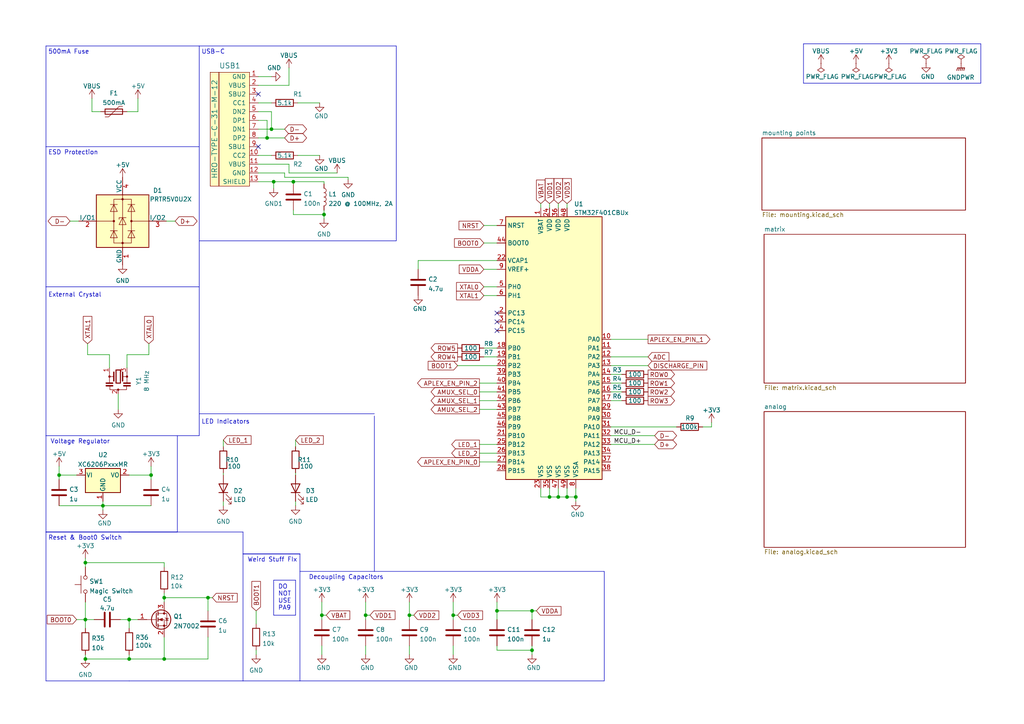
<source format=kicad_sch>
(kicad_sch (version 20230121) (generator eeschema)
  (paper "A4")
  (title_block (title "CDS") (date "2023-11-17") (rev "1.0") (company "LU.SV Solutions") (comment 1 "Cipulot PCB Design") (comment 2 "Cipulot") (comment 3 "GNU General Public License v3.0 "))
  (lib_symbols
    (symbol "Device:C" (pin_numbers hide) (pin_names (offset 0.254))
      (property "Reference" "C" (at 0.635 2.54 0))
      (property "Value" "C" (at 0.635 -2.54 0))
      (symbol "C_1_1"
        (pin passive line (at 0 3.81 270) (length 2.794) (name "~") (number "1"))
        (pin passive line (at 0 -3.81 90) (length 2.794) (name "~") (number "2"))
      )
    )
    (symbol "Device:L" (pin_numbers hide) (pin_names (offset 1.016) hide)
      (property "Reference" "L" (at -1.27 0 90))
      (property "Value" "L" (at 1.905 0 90))
      (symbol "L_1_1"
        (pin passive line (at 0 3.81 270) (length 1.27) (name "1") (number "1"))
        (pin passive line (at 0 -3.81 90) (length 1.27) (name "2") (number "2"))
      )
    )
    (symbol "Device:LED" (pin_numbers hide) (pin_names (offset 1.016) hide)
      (property "Reference" "D" (at 0 2.54 0))
      (property "Value" "LED" (at 0 -2.54 0))
      (symbol "LED_1_1"
        (pin passive line (at -3.81 0 0) (length 2.54) (name "K") (number "1"))
        (pin passive line (at 3.81 0 180) (length 2.54) (name "A") (number "2"))
      )
    )
    (symbol "Device:Polyfuse" (pin_numbers hide) (pin_names (offset 0))
      (property "Reference" "F" (at -2.54 0 90))
      (property "Value" "Polyfuse" (at 2.54 0 90))
      (symbol "Polyfuse_1_1"
        (pin passive line (at 0 3.81 270) (length 1.27) (name "~") (number "1"))
        (pin passive line (at 0 -3.81 90) (length 1.27) (name "~") (number "2"))
      )
    )
    (symbol "Device:R" (pin_numbers hide) (pin_names (offset 0))
      (property "Reference" "R" (at 2.032 0 90))
      (property "Value" "R" (at 0 0 90))
      (symbol "R_1_1"
        (pin passive line (at 0 3.81 270) (length 1.27) (name "~") (number "1"))
        (pin passive line (at 0 -3.81 90) (length 1.27) (name "~") (number "2"))
      )
    )
    (symbol "Device:Resonator_Small" (pin_names (offset 1.016) hide)
      (property "Reference" "Y" (at 3.175 1.905 0))
      (property "Value" "Resonator_Small" (at 3.175 0 0))
      (symbol "Resonator_Small_1_1"
        (pin passive line (at -2.54 2.54 270) (length 1.27) (name "1") (number "1"))
        (pin passive line (at 0 -5.08 90) (length 1.27) (name "2") (number "2"))
        (pin passive line (at 2.54 2.54 270) (length 1.27) (name "3") (number "3"))
      )
    )
    (symbol "MCU_ST_STM32F4:STM32F401CBUx"
      (property "Reference" "U" (at -15.24 39.37 0))
      (property "Value" "STM32F401CBUx" (at 5.08 39.37 0))
      (symbol "STM32F401CBUx_1_1"
        (pin power_in line (at -5.08 40.64 270) (length 2.54) (name "VBAT") (number "1"))
        (pin bidirectional line (at 15.24 2.54 180) (length 2.54) (name "PA0") (number "10"))
        (pin bidirectional line (at 15.24 0 180) (length 2.54) (name "PA1") (number "11"))
        (pin bidirectional line (at 15.24 -2.54 180) (length 2.54) (name "PA2") (number "12"))
        (pin bidirectional line (at 15.24 -5.08 180) (length 2.54) (name "PA3") (number "13"))
        (pin bidirectional line (at 15.24 -7.62 180) (length 2.54) (name "PA4") (number "14"))
        (pin bidirectional line (at 15.24 -10.16 180) (length 2.54) (name "PA5") (number "15"))
        (pin bidirectional line (at 15.24 -12.7 180) (length 2.54) (name "PA6") (number "16"))
        (pin bidirectional line (at 15.24 -15.24 180) (length 2.54) (name "PA7") (number "17"))
        (pin bidirectional line (at -17.78 0 0) (length 2.54) (name "PB0") (number "18"))
        (pin bidirectional line (at -17.78 -2.54 0) (length 2.54) (name "PB1") (number "19"))
        (pin bidirectional line (at -17.78 10.16 0) (length 2.54) (name "PC13") (number "2"))
        (pin bidirectional line (at -17.78 -5.08 0) (length 2.54) (name "PB2") (number "20"))
        (pin bidirectional line (at -17.78 -25.4 0) (length 2.54) (name "PB10") (number "21"))
        (pin power_in line (at -17.78 25.4 0) (length 2.54) (name "VCAP1") (number "22"))
        (pin power_in line (at -5.08 -40.64 90) (length 2.54) (name "VSS") (number "23"))
        (pin power_in line (at -2.54 40.64 270) (length 2.54) (name "VDD") (number "24"))
        (pin bidirectional line (at -17.78 -27.94 0) (length 2.54) (name "PB12") (number "25"))
        (pin bidirectional line (at -17.78 -30.48 0) (length 2.54) (name "PB13") (number "26"))
        (pin bidirectional line (at -17.78 -33.02 0) (length 2.54) (name "PB14") (number "27"))
        (pin bidirectional line (at -17.78 -35.56 0) (length 2.54) (name "PB15") (number "28"))
        (pin bidirectional line (at 15.24 -17.78 180) (length 2.54) (name "PA8") (number "29"))
        (pin bidirectional line (at -17.78 7.62 0) (length 2.54) (name "PC14") (number "3"))
        (pin bidirectional line (at 15.24 -20.32 180) (length 2.54) (name "PA9") (number "30"))
        (pin bidirectional line (at 15.24 -22.86 180) (length 2.54) (name "PA10") (number "31"))
        (pin bidirectional line (at 15.24 -25.4 180) (length 2.54) (name "PA11") (number "32"))
        (pin bidirectional line (at 15.24 -27.94 180) (length 2.54) (name "PA12") (number "33"))
        (pin bidirectional line (at 15.24 -30.48 180) (length 2.54) (name "PA13") (number "34"))
        (pin power_in line (at -2.54 -40.64 90) (length 2.54) (name "VSS") (number "35"))
        (pin power_in line (at 0 40.64 270) (length 2.54) (name "VDD") (number "36"))
        (pin bidirectional line (at 15.24 -33.02 180) (length 2.54) (name "PA14") (number "37"))
        (pin bidirectional line (at 15.24 -35.56 180) (length 2.54) (name "PA15") (number "38"))
        (pin bidirectional line (at -17.78 -7.62 0) (length 2.54) (name "PB3") (number "39"))
        (pin bidirectional line (at -17.78 5.08 0) (length 2.54) (name "PC15") (number "4"))
        (pin bidirectional line (at -17.78 -10.16 0) (length 2.54) (name "PB4") (number "40"))
        (pin bidirectional line (at -17.78 -12.7 0) (length 2.54) (name "PB5") (number "41"))
        (pin bidirectional line (at -17.78 -15.24 0) (length 2.54) (name "PB6") (number "42"))
        (pin bidirectional line (at -17.78 -17.78 0) (length 2.54) (name "PB7") (number "43"))
        (pin input line (at -17.78 30.48 0) (length 2.54) (name "BOOT0") (number "44"))
        (pin bidirectional line (at -17.78 -20.32 0) (length 2.54) (name "PB8") (number "45"))
        (pin bidirectional line (at -17.78 -22.86 0) (length 2.54) (name "PB9") (number "46"))
        (pin power_in line (at 0 -40.64 90) (length 2.54) (name "VSS") (number "47"))
        (pin power_in line (at 2.54 40.64 270) (length 2.54) (name "VDD") (number "48"))
        (pin power_in line (at 2.54 -40.64 90) (length 2.54) (name "VSS") (number "49"))
        (pin input line (at -17.78 17.78 0) (length 2.54) (name "PH0") (number "5"))
        (pin input line (at -17.78 15.24 0) (length 2.54) (name "PH1") (number "6"))
        (pin input line (at -17.78 35.56 0) (length 2.54) (name "NRST") (number "7"))
        (pin power_in line (at 5.08 -40.64 90) (length 2.54) (name "VSSA") (number "8"))
        (pin power_in line (at -17.78 22.86 0) (length 2.54) (name "VREF+") (number "9"))
      )
    )
    (symbol "Power_Protection:PRTR5V0U2X" (pin_names (offset 0))
      (property "Reference" "D" (at 2.794 8.636 0))
      (property "Value" "PRTR5V0U2X" (at 8.128 -9.398 0))
      (symbol "PRTR5V0U2X_1_1"
        (pin passive line (at 0 -12.7 90) (length 5.08) (name "GND") (number "1"))
        (pin passive line (at -12.7 0 0) (length 5.08) (name "I/O1") (number "2"))
        (pin passive line (at 12.7 0 180) (length 5.08) (name "I/O2") (number "3"))
        (pin passive line (at 0 12.7 270) (length 5.08) (name "VCC") (number "4"))
      )
    )
    (symbol "Regulator_Linear:XC6206PxxxMR" (pin_names (offset 0.254))
      (property "Reference" "U" (at -3.81 3.175 0))
      (property "Value" "XC6206PxxxMR" (at 0 3.175 0))
      (symbol "XC6206PxxxMR_1_1"
        (pin power_in line (at 0 -7.62 90) (length 2.54) (name "GND") (number "1"))
        (pin power_out line (at 7.62 0 180) (length 2.54) (name "VO") (number "2"))
        (pin power_in line (at -7.62 0 0) (length 2.54) (name "VI") (number "3"))
      )
    )
    (symbol "Switch:SW_Push" (pin_numbers hide) (pin_names (offset 1.016) hide)
      (property "Reference" "SW" (at 1.27 2.54 0))
      (property "Value" "SW_Push" (at 0 -1.524 0))
      (symbol "SW_Push_0_1"
        (pin passive line (at -5.08 0 0) (length 2.54) (name "1") (number "1"))
        (pin passive line (at 5.08 0 180) (length 2.54) (name "2") (number "2"))
      )
    )
    (symbol "Transistor_FET:2N7002" (pin_names hide)
      (property "Reference" "Q" (at 5.08 1.905 0))
      (property "Value" "2N7002" (at 5.08 0 0))
      (symbol "2N7002_1_1"
        (pin input line (at -5.08 0 0) (length 2.54) (name "G") (number "1"))
        (pin passive line (at 2.54 -5.08 90) (length 2.54) (name "S") (number "2"))
        (pin passive line (at 2.54 5.08 270) (length 2.54) (name "D") (number "3"))
      )
    )
    (symbol "cipulot_parts:HRO-TYPE-C-31-M-12" (pin_names (offset 1.016))
      (property "Reference" "USB" (at -5.08 16.51 0))
      (property "Value" "HRO-TYPE-C-31-M-12" (at -10.16 -1.27 90))
      (symbol "HRO-TYPE-C-31-M-12_1_1"
        (pin input line (at 2.54 13.97 180) (length 2.54) (name "GND") (number "1"))
        (pin input line (at 2.54 -8.89 180) (length 2.54) (name "CC2") (number "10"))
        (pin input line (at 2.54 -11.43 180) (length 2.54) (name "VBUS") (number "11"))
        (pin input line (at 2.54 -13.97 180) (length 2.54) (name "GND") (number "12"))
        (pin input line (at 2.54 -16.51 180) (length 2.54) (name "SHIELD") (number "13"))
        (pin input line (at 2.54 11.43 180) (length 2.54) (name "VBUS") (number "2"))
        (pin input line (at 2.54 8.89 180) (length 2.54) (name "SBU2") (number "3"))
        (pin input line (at 2.54 6.35 180) (length 2.54) (name "CC1") (number "4"))
        (pin input line (at 2.54 3.81 180) (length 2.54) (name "DN2") (number "5"))
        (pin input line (at 2.54 1.27 180) (length 2.54) (name "DP1") (number "6"))
        (pin input line (at 2.54 -1.27 180) (length 2.54) (name "DN1") (number "7"))
        (pin input line (at 2.54 -3.81 180) (length 2.54) (name "DP2") (number "8"))
        (pin input line (at 2.54 -6.35 180) (length 2.54) (name "SBU1") (number "9"))
      )
    )
    (symbol "power:+3.3V" (power) (pin_names (offset 0))
      (property "Value" "+3.3V" (at 0 3.556 0))
      (symbol "+3.3V_1_1"
        (pin power_in line (at 0 0 90) (length 0) hide (name "+3V3") (number "1"))
      )
    )
    (symbol "power:+5V" (power) (pin_names (offset 0))
      (property "Value" "+5V" (at 0 3.556 0))
      (symbol "+5V_1_1"
        (pin power_in line (at 0 0 90) (length 0) hide (name "+5V") (number "1"))
      )
    )
    (symbol "power:GND" (power) (pin_names (offset 0))
      (property "Value" "GND" (at 0 -3.81 0))
      (symbol "GND_1_1"
        (pin power_in line (at 0 0 270) (length 0) hide (name "GND") (number "1"))
      )
    )
    (symbol "power:GND1" (power) (pin_names (offset 0))
      (property "Value" "GND1" (at 0 -3.81 0))
      (symbol "GND1_1_1"
        (pin power_in line (at 0 0 270) (length 0) hide (name "GND1") (number "1"))
      )
    )
    (symbol "power:GNDPWR" (power) (pin_names (offset 0))
      (property "Value" "GNDPWR" (at 0 -3.302 0))
      (symbol "GNDPWR_1_1"
        (pin power_in line (at 0 0 270) (length 0) hide (name "GNDPWR") (number "1"))
      )
    )
    (symbol "power:PWR_FLAG" (power) (pin_numbers hide) (pin_names (offset 0) hide)
      (property "Value" "PWR_FLAG" (at 0 3.81 0))
      (symbol "PWR_FLAG_0_0"
        (pin power_out line (at 0 0 90) (length 0) (name "pwr") (number "1"))
      )
    )
    (symbol "power:VBUS" (power) (pin_names (offset 0))
      (property "Value" "VBUS" (at 0 3.81 0))
      (symbol "VBUS_1_1"
        (pin power_in line (at 0 0 90) (length 0) hide (name "VBUS") (number "1"))
      )
    )
  )
  (junction (at 24.765 163.195))
  (junction (at 93.98 62.23))
  (junction (at 60.325 173.355))
  (junction (at 144.145 177.165))
  (junction (at 164.465 144.145))
  (junction (at 167.005 144.145))
  (junction (at 106.045 178.435))
  (junction (at 154.305 188.595))
  (junction (at 43.815 137.795))
  (junction (at 29.845 146.685))
  (junction (at 24.765 179.705))
  (junction (at 37.465 191.135))
  (junction (at 24.765 191.135))
  (junction (at 77.47 40.005))
  (junction (at 79.375 52.705))
  (junction (at 161.925 144.145))
  (junction (at 47.625 173.355))
  (junction (at 17.145 137.795))
  (junction (at 154.305 177.165))
  (junction (at 47.625 191.135))
  (junction (at 37.465 179.705))
  (junction (at 93.345 178.435))
  (junction (at 159.385 144.145))
  (junction (at 78.74 37.465))
  (junction (at 85.09 52.705))
  (junction (at 118.745 178.435))
  (junction (at 131.445 178.435))
  (no_connect (at 74.93 27.305))
  (no_connect (at 144.145 95.885))
  (no_connect (at 144.145 93.345))
  (no_connect (at 144.145 90.805))
  (no_connect (at 74.93 42.545))
  (wire (pts (xy 167.005 145.415) (xy 167.005 144.145)))
  (polyline (pts (xy 13.335 83.185) (xy 13.335 126.365)))
  (wire (pts (xy 82.55 51.435) (xy 100.965 51.435)))
  (wire (pts (xy 34.925 179.705) (xy 37.465 179.705)))
  (wire (pts (xy 144.145 75.565) (xy 121.285 75.565)))
  (wire (pts (xy 47.625 172.085) (xy 47.625 173.355)))
  (polyline (pts (xy 79.375 168.275) (xy 85.725 168.275)))
  (wire (pts (xy 74.295 188.595) (xy 74.295 189.865)))
  (polyline (pts (xy 57.785 42.545) (xy 13.335 42.545)))
  (wire (pts (xy 29.845 145.415) (xy 29.845 146.685)))
  (polyline (pts (xy 13.335 13.335) (xy 114.935 13.335)))
  (wire (pts (xy 118.745 179.705) (xy 118.745 178.435)))
  (wire (pts (xy 159.385 144.145) (xy 161.925 144.145)))
  (wire (pts (xy 74.295 177.165) (xy 74.295 180.975)))
  (polyline (pts (xy 175.26 165.735) (xy 175.26 197.485)))
  (polyline (pts (xy 86.995 160.655) (xy 86.995 197.485)))
  (wire (pts (xy 154.305 177.165) (xy 154.305 179.705)))
  (polyline (pts (xy 13.335 154.305) (xy 13.335 197.485)))
  (wire (pts (xy 17.145 135.255) (xy 17.145 137.795)))
  (wire (pts (xy 78.74 37.465) (xy 82.55 37.465)))
  (wire (pts (xy 154.305 188.595) (xy 154.305 189.865)))
  (polyline (pts (xy 57.785 83.185) (xy 57.785 42.545)))
  (wire (pts (xy 144.145 188.595) (xy 154.305 188.595)))
  (wire (pts (xy 180.34 116.205) (xy 177.165 116.205)))
  (wire (pts (xy 83.82 24.765) (xy 83.82 19.685)))
  (polyline (pts (xy 284.48 24.13) (xy 233.045 24.13)))
  (wire (pts (xy 74.93 45.085) (xy 78.74 45.085)))
  (wire (pts (xy 77.47 40.005) (xy 82.55 40.005)))
  (wire (pts (xy 154.305 177.165) (xy 155.575 177.165)))
  (wire (pts (xy 24.765 161.925) (xy 24.765 163.195)))
  (wire (pts (xy 177.165 126.365) (xy 189.865 126.365)))
  (wire (pts (xy 85.725 127.635) (xy 85.725 129.54)))
  (wire (pts (xy 118.745 178.435) (xy 120.015 178.435)))
  (wire (pts (xy 164.465 60.325) (xy 164.465 59.055)))
  (wire (pts (xy 85.09 52.705) (xy 93.98 52.705)))
  (wire (pts (xy 139.065 111.125) (xy 144.145 111.125)))
  (polyline (pts (xy 108.585 120.65) (xy 108.585 165.735)))
  (wire (pts (xy 121.285 75.565) (xy 121.285 78.105)))
  (wire (pts (xy 86.36 29.845) (xy 92.71 29.845)))
  (wire (pts (xy 61.595 173.355) (xy 60.325 173.355)))
  (wire (pts (xy 43.18 99.695) (xy 43.18 102.87)))
  (wire (pts (xy 140.335 83.185) (xy 144.145 83.185)))
  (wire (pts (xy 74.93 37.465) (xy 78.74 37.465)))
  (wire (pts (xy 24.765 163.195) (xy 24.765 164.465)))
  (wire (pts (xy 106.045 179.705) (xy 106.045 178.435)))
  (wire (pts (xy 93.98 62.23) (xy 93.98 63.5)))
  (wire (pts (xy 60.325 184.785) (xy 60.325 191.135)))
  (polyline (pts (xy 85.725 178.435) (xy 85.725 168.275)))
  (polyline (pts (xy 79.375 168.275) (xy 79.375 178.435)))
  (wire (pts (xy 17.145 146.685) (xy 29.845 146.685)))
  (wire (pts (xy 156.845 60.325) (xy 156.845 59.055)))
  (wire (pts (xy 26.67 28.575) (xy 26.67 32.385)))
  (wire (pts (xy 106.045 187.325) (xy 106.045 189.865)))
  (wire (pts (xy 93.345 178.435) (xy 93.345 179.705)))
  (wire (pts (xy 34.29 114.3) (xy 34.29 118.745)))
  (wire (pts (xy 64.77 146.685) (xy 64.77 145.415)))
  (wire (pts (xy 83.82 50.165) (xy 83.82 47.625)))
  (polyline (pts (xy 86.995 165.735) (xy 175.26 165.735)))
  (wire (pts (xy 159.385 60.325) (xy 159.385 59.055)))
  (wire (pts (xy 177.165 128.905) (xy 189.865 128.905)))
  (polyline (pts (xy 70.485 197.485) (xy 70.485 154.305)))
  (wire (pts (xy 25.4 99.695) (xy 25.4 102.87)))
  (wire (pts (xy 187.96 98.425) (xy 177.165 98.425)))
  (wire (pts (xy 180.34 113.665) (xy 177.165 113.665)))
  (wire (pts (xy 36.83 106.68) (xy 36.83 102.87)))
  (wire (pts (xy 24.765 174.625) (xy 24.765 179.705)))
  (wire (pts (xy 93.345 187.325) (xy 93.345 189.865)))
  (wire (pts (xy 74.93 47.625) (xy 83.82 47.625)))
  (polyline (pts (xy 233.045 24.13) (xy 233.045 12.7)))
  (wire (pts (xy 144.145 174.625) (xy 144.145 177.165)))
  (wire (pts (xy 20.32 64.135) (xy 22.86 64.135)))
  (polyline (pts (xy 13.335 126.365) (xy 57.785 126.365)))
  (wire (pts (xy 106.045 174.625) (xy 106.045 178.435)))
  (wire (pts (xy 79.375 54.61) (xy 79.375 52.705)))
  (polyline (pts (xy 79.375 178.435) (xy 85.725 178.435)))
  (polyline (pts (xy 13.335 154.305) (xy 37.465 154.305)))
  (polyline (pts (xy 13.335 42.545) (xy 13.335 64.135)))
  (wire (pts (xy 161.925 141.605) (xy 161.925 144.145)))
  (wire (pts (xy 100.965 51.435) (xy 100.965 52.07)))
  (wire (pts (xy 85.09 62.23) (xy 93.98 62.23)))
  (wire (pts (xy 79.375 52.705) (xy 85.09 52.705)))
  (wire (pts (xy 74.93 50.165) (xy 82.55 50.165)))
  (wire (pts (xy 36.83 102.87) (xy 43.18 102.87)))
  (wire (pts (xy 60.325 173.355) (xy 60.325 177.165)))
  (wire (pts (xy 159.385 141.605) (xy 159.385 144.145)))
  (wire (pts (xy 17.145 137.795) (xy 22.225 137.795)))
  (wire (pts (xy 37.465 179.705) (xy 37.465 182.245)))
  (wire (pts (xy 60.325 173.355) (xy 47.625 173.355)))
  (wire (pts (xy 64.77 137.16) (xy 64.77 137.795)))
  (wire (pts (xy 47.625 184.785) (xy 47.625 191.135)))
  (wire (pts (xy 164.465 144.145) (xy 167.005 144.145)))
  (wire (pts (xy 37.465 137.795) (xy 43.815 137.795)))
  (polyline (pts (xy 86.995 197.485) (xy 70.485 197.485)))
  (wire (pts (xy 206.375 123.825) (xy 206.375 122.555)))
  (wire (pts (xy 131.445 178.435) (xy 131.445 179.705)))
  (wire (pts (xy 29.845 146.685) (xy 29.845 147.955)))
  (wire (pts (xy 93.98 60.96) (xy 93.98 62.23)))
  (polyline (pts (xy 57.785 13.335) (xy 57.785 42.545)))
  (polyline (pts (xy 51.435 154.305) (xy 51.435 126.365)))
  (wire (pts (xy 37.465 179.705) (xy 40.005 179.705)))
  (wire (pts (xy 60.325 191.135) (xy 47.625 191.135)))
  (wire (pts (xy 43.815 135.255) (xy 43.815 137.795)))
  (wire (pts (xy 37.465 189.865) (xy 37.465 191.135)))
  (wire (pts (xy 144.145 177.165) (xy 154.305 177.165)))
  (wire (pts (xy 74.93 40.005) (xy 77.47 40.005)))
  (wire (pts (xy 180.34 108.585) (xy 177.165 108.585)))
  (wire (pts (xy 187.96 106.045) (xy 177.165 106.045)))
  (wire (pts (xy 40.005 32.385) (xy 40.005 28.575)))
  (wire (pts (xy 43.815 137.795) (xy 43.815 139.065)))
  (wire (pts (xy 85.725 137.16) (xy 85.725 137.795)))
  (wire (pts (xy 24.765 179.705) (xy 24.765 182.245)))
  (wire (pts (xy 203.835 123.825) (xy 206.375 123.825)))
  (wire (pts (xy 31.75 102.87) (xy 31.75 106.68)))
  (wire (pts (xy 118.745 187.325) (xy 118.745 189.865)))
  (wire (pts (xy 74.93 32.385) (xy 78.74 32.385)))
  (wire (pts (xy 139.065 116.205) (xy 144.145 116.205)))
  (wire (pts (xy 74.93 34.925) (xy 77.47 34.925)))
  (polyline (pts (xy 13.335 42.545) (xy 13.335 13.335)))
  (wire (pts (xy 47.625 163.195) (xy 47.625 164.465)))
  (wire (pts (xy 17.145 137.795) (xy 17.145 139.065)))
  (polyline (pts (xy 13.335 126.365) (xy 13.335 154.305)))
  (wire (pts (xy 77.47 34.925) (xy 77.47 40.005)))
  (wire (pts (xy 85.725 146.685) (xy 85.725 145.415)))
  (wire (pts (xy 85.09 60.96) (xy 85.09 62.23)))
  (wire (pts (xy 161.925 144.145) (xy 164.465 144.145)))
  (polyline (pts (xy 13.335 154.305) (xy 37.465 154.305)))
  (wire (pts (xy 177.165 103.505) (xy 187.96 103.505)))
  (wire (pts (xy 64.77 127.635) (xy 64.77 129.54)))
  (wire (pts (xy 97.79 50.165) (xy 83.82 50.165)))
  (wire (pts (xy 24.765 191.135) (xy 24.765 189.865)))
  (wire (pts (xy 140.335 103.505) (xy 144.145 103.505)))
  (wire (pts (xy 94.615 178.435) (xy 93.345 178.435)))
  (wire (pts (xy 37.465 191.135) (xy 24.765 191.135)))
  (wire (pts (xy 74.93 29.845) (xy 78.74 29.845)))
  (polyline (pts (xy 70.485 160.655) (xy 86.995 160.655)))
  (wire (pts (xy 144.145 187.325) (xy 144.145 188.595)))
  (wire (pts (xy 139.065 133.985) (xy 144.145 133.985)))
  (wire (pts (xy 156.845 141.605) (xy 156.845 144.145)))
  (wire (pts (xy 139.065 113.665) (xy 144.145 113.665)))
  (wire (pts (xy 140.335 65.405) (xy 144.145 65.405)))
  (polyline (pts (xy 57.785 69.85) (xy 114.935 69.85)))
  (wire (pts (xy 82.55 50.165) (xy 82.55 51.435)))
  (wire (pts (xy 156.845 144.145) (xy 159.385 144.145)))
  (wire (pts (xy 26.67 32.385) (xy 29.21 32.385)))
  (wire (pts (xy 139.065 118.745) (xy 144.145 118.745)))
  (polyline (pts (xy 37.465 197.485) (xy 70.485 197.485)))
  (wire (pts (xy 140.335 70.485) (xy 144.145 70.485)))
  (polyline (pts (xy 175.26 197.485) (xy 86.995 197.485)))
  (wire (pts (xy 139.065 128.905) (xy 144.145 128.905)))
  (wire (pts (xy 106.045 178.435) (xy 107.315 178.435)))
  (wire (pts (xy 85.09 52.705) (xy 85.09 53.34)))
  (wire (pts (xy 164.465 141.605) (xy 164.465 144.145)))
  (wire (pts (xy 25.4 102.87) (xy 31.75 102.87)))
  (wire (pts (xy 144.145 78.105) (xy 140.335 78.105)))
  (wire (pts (xy 140.335 100.965) (xy 144.145 100.965)))
  (wire (pts (xy 22.225 179.705) (xy 24.765 179.705)))
  (wire (pts (xy 24.765 163.195) (xy 47.625 163.195)))
  (polyline (pts (xy 13.335 197.485) (xy 37.465 197.485)))
  (polyline (pts (xy 57.785 126.365) (xy 57.785 83.185)))
  (wire (pts (xy 131.445 178.435) (xy 132.715 178.435)))
  (wire (pts (xy 139.065 131.445) (xy 144.145 131.445)))
  (polyline (pts (xy 114.935 13.335) (xy 114.935 69.85)))
  (wire (pts (xy 118.745 174.625) (xy 118.745 178.435)))
  (wire (pts (xy 47.625 191.135) (xy 37.465 191.135)))
  (wire (pts (xy 74.93 52.705) (xy 79.375 52.705)))
  (wire (pts (xy 131.445 174.625) (xy 131.445 178.435)))
  (wire (pts (xy 161.925 60.325) (xy 161.925 59.055)))
  (wire (pts (xy 140.335 85.725) (xy 144.145 85.725)))
  (polyline (pts (xy 13.335 83.185) (xy 57.785 83.185)))
  (polyline (pts (xy 37.465 154.305) (xy 51.435 154.305)))
  (wire (pts (xy 48.26 64.135) (xy 50.8 64.135)))
  (wire (pts (xy 47.625 173.355) (xy 47.625 174.625)))
  (wire (pts (xy 74.93 22.225) (xy 78.74 22.225)))
  (polyline (pts (xy 37.465 154.305) (xy 70.485 154.305)))
  (polyline (pts (xy 233.045 12.7) (xy 284.48 12.7)))
  (wire (pts (xy 74.93 24.765) (xy 83.82 24.765)))
  (polyline (pts (xy 57.785 120.015) (xy 108.585 120.015)))
  (wire (pts (xy 132.715 106.045) (xy 144.145 106.045)))
  (polyline (pts (xy 284.48 12.7) (xy 284.48 24.13)))
  (wire (pts (xy 144.145 179.705) (xy 144.145 177.165)))
  (wire (pts (xy 131.445 187.325) (xy 131.445 189.865)))
  (polyline (pts (xy 86.995 160.655) (xy 70.485 160.655)))
  (wire (pts (xy 78.74 32.385) (xy 78.74 37.465)))
  (wire (pts (xy 36.83 32.385) (xy 40.005 32.385)))
  (wire (pts (xy 29.845 146.685) (xy 43.815 146.685)))
  (wire (pts (xy 93.98 53.34) (xy 93.98 52.705)))
  (wire (pts (xy 167.005 141.605) (xy 167.005 144.145)))
  (wire (pts (xy 24.765 179.705) (xy 27.305 179.705)))
  (wire (pts (xy 177.165 123.825) (xy 196.215 123.825)))
  (wire (pts (xy 180.34 111.125) (xy 177.165 111.125)))
  (wire (pts (xy 93.345 174.625) (xy 93.345 178.435)))
  (polyline (pts (xy 13.335 64.135) (xy 13.335 83.185)))
  (wire (pts (xy 154.305 187.325) (xy 154.305 188.595)))
  (wire (pts (xy 86.36 45.085) (xy 92.71 45.085)))
  (text "DO\nNOT\nUSE\nPA9\n" (at 80.645 177.165 0) (effects (font (size 1.27 1.27)) (justify left bottom)))
  (text "Voltage Regulator" (at 14.605 128.905 0) (effects (font (size 1.27 1.27)) (justify left bottom)))
  (text "USB-C" (at 58.42 15.875 0) (effects (font (size 1.27 1.27)) (justify left bottom)))
  (text "Reset & Boot0 Switch" (at 13.97 156.845 0) (effects (font (size 1.27 1.27)) (justify left bottom)))
  (text "External Crystal\n" (at 13.97 86.36 0) (effects (font (size 1.27 1.27)) (justify left bottom)))
  (text "500mA Fuse\n" (at 13.97 15.875 0) (effects (font (size 1.27 1.27)) (justify left bottom)))
  (text "Weird Stuff FIx" (at 71.755 163.195 0) (effects (font (size 1.27 1.27)) (justify left bottom)))
  (text "Decoupling Capacitors" (at 89.535 168.275 0) (effects (font (size 1.27 1.27)) (justify left bottom)))
  (text "LED Indicators" (at 58.42 123.19 0) (effects (font (size 1.27 1.27)) (justify left bottom)))
  (text "ESD Protection\n" (at 13.97 45.085 0) (effects (font (size 1.27 1.27)) (justify left bottom)))
  (label "MCU_D+" (at 186.055 128.905 180))
  (label "MCU_D-" (at 186.055 126.365 180))
  (global_label "ROW3" (shape output) (at 187.96 116.205 0) (property "Intersheetrefs" "${INTERSHEET_REFS}" (effects hide)))
  (global_label "VDD3" (shape input) (at 132.715 178.435 0) (property "Intersheetrefs" "${INTERSHEET_REFS}" (effects hide)))
  (global_label "VBAT" (shape input) (at 94.615 178.435 0) (property "Intersheetrefs" "${INTERSHEET_REFS}" (effects hide)))
  (global_label "ROW1" (shape output) (at 187.96 111.125 0) (property "Intersheetrefs" "${INTERSHEET_REFS}" (effects hide)))
  (global_label "DISCHARGE_PIN" (shape input) (at 187.96 106.045 0) (property "Intersheetrefs" "${INTERSHEET_REFS}" (effects hide)))
  (global_label "D-" (shape bidirectional) (at 20.32 64.135 180) (property "Intersheetrefs" "${INTERSHEET_REFS}" (effects hide)))
  (global_label "VDD2" (shape input) (at 120.015 178.435 0) (property "Intersheetrefs" "${INTERSHEET_REFS}" (effects hide)))
  (global_label "XTAL1" (shape input) (at 25.4 99.695 90) (property "Intersheetrefs" "${INTERSHEET_REFS}" (effects hide)))
  (global_label "VDD1" (shape input) (at 107.315 178.435 0) (property "Intersheetrefs" "${INTERSHEET_REFS}" (effects hide)))
  (global_label "BOOT1" (shape input) (at 132.715 106.045 180) (property "Intersheetrefs" "${INTERSHEET_REFS}" (effects hide)))
  (global_label "D+" (shape bidirectional) (at 189.865 128.905 0) (property "Intersheetrefs" "${INTERSHEET_REFS}" (effects hide)))
  (global_label "NRST" (shape input) (at 140.335 65.405 180) (property "Intersheetrefs" "${INTERSHEET_REFS}" (effects hide)))
  (global_label "LED_2" (shape output) (at 139.065 131.445 180) (property "Intersheetrefs" "${INTERSHEET_REFS}" (effects hide)))
  (global_label "VDD1" (shape input) (at 159.385 59.055 90) (property "Intersheetrefs" "${INTERSHEET_REFS}" (effects hide)))
  (global_label "XTAL1" (shape input) (at 140.335 85.725 180) (property "Intersheetrefs" "${INTERSHEET_REFS}" (effects hide)))
  (global_label "D-" (shape bidirectional) (at 82.55 37.465 0) (property "Intersheetrefs" "${INTERSHEET_REFS}" (effects hide)))
  (global_label "VDDA" (shape input) (at 155.575 177.165 0) (property "Intersheetrefs" "${INTERSHEET_REFS}" (effects hide)))
  (global_label "AMUX_SEL_0" (shape output) (at 139.065 113.665 180) (property "Intersheetrefs" "${INTERSHEET_REFS}" (effects hide)))
  (global_label "LED_2" (shape input) (at 85.725 127.635 0) (property "Intersheetrefs" "${INTERSHEET_REFS}" (effects hide)))
  (global_label "APLEX_EN_PIN_2" (shape output) (at 139.065 111.125 180) (property "Intersheetrefs" "${INTERSHEET_REFS}" (effects hide)))
  (global_label "ROW4" (shape output) (at 132.715 103.505 180) (property "Intersheetrefs" "${INTERSHEET_REFS}" (effects hide)))
  (global_label "D+" (shape bidirectional) (at 82.55 40.005 0) (property "Intersheetrefs" "${INTERSHEET_REFS}" (effects hide)))
  (global_label "ADC" (shape input) (at 187.96 103.505 0) (property "Intersheetrefs" "${INTERSHEET_REFS}" (effects hide)))
  (global_label "VDD2" (shape input) (at 161.925 59.055 90) (property "Intersheetrefs" "${INTERSHEET_REFS}" (effects hide)))
  (global_label "XTAL0" (shape input) (at 43.18 99.695 90) (property "Intersheetrefs" "${INTERSHEET_REFS}" (effects hide)))
  (global_label "ROW5" (shape output) (at 132.715 100.965 180) (property "Intersheetrefs" "${INTERSHEET_REFS}" (effects hide)))
  (global_label "BOOT1" (shape input) (at 74.295 177.165 90) (property "Intersheetrefs" "${INTERSHEET_REFS}" (effects hide)))
  (global_label "VDDA" (shape input) (at 140.335 78.105 180) (property "Intersheetrefs" "${INTERSHEET_REFS}" (effects hide)))
  (global_label "LED_1" (shape input) (at 64.77 127.635 0) (property "Intersheetrefs" "${INTERSHEET_REFS}" (effects hide)))
  (global_label "D-" (shape bidirectional) (at 189.865 126.365 0) (property "Intersheetrefs" "${INTERSHEET_REFS}" (effects hide)))
  (global_label "BOOT0" (shape input) (at 22.225 179.705 180) (property "Intersheetrefs" "${INTERSHEET_REFS}" (effects hide)))
  (global_label "APLEX_EN_PIN_0" (shape output) (at 139.065 133.985 180) (property "Intersheetrefs" "${INTERSHEET_REFS}" (effects hide)))
  (global_label "VDD3" (shape input) (at 164.465 59.055 90) (property "Intersheetrefs" "${INTERSHEET_REFS}" (effects hide)))
  (global_label "XTAL0" (shape input) (at 140.335 83.185 180) (property "Intersheetrefs" "${INTERSHEET_REFS}" (effects hide)))
  (global_label "VBAT" (shape input) (at 156.845 59.055 90) (property "Intersheetrefs" "${INTERSHEET_REFS}" (effects hide)))
  (global_label "ROW0" (shape output) (at 187.96 108.585 0) (property "Intersheetrefs" "${INTERSHEET_REFS}" (effects hide)))
  (global_label "BOOT0" (shape input) (at 140.335 70.485 180) (property "Intersheetrefs" "${INTERSHEET_REFS}" (effects hide)))
  (global_label "LED_1" (shape output) (at 139.065 128.905 180) (property "Intersheetrefs" "${INTERSHEET_REFS}" (effects hide)))
  (global_label "D+" (shape bidirectional) (at 50.8 64.135 0) (property "Intersheetrefs" "${INTERSHEET_REFS}" (effects hide)))
  (global_label "NRST" (shape input) (at 61.595 173.355 0) (property "Intersheetrefs" "${INTERSHEET_REFS}" (effects hide)))
  (global_label "ROW2" (shape output) (at 187.96 113.665 0) (property "Intersheetrefs" "${INTERSHEET_REFS}" (effects hide)))
  (global_label "AMUX_SEL_2" (shape output) (at 139.065 118.745 180) (property "Intersheetrefs" "${INTERSHEET_REFS}" (effects hide)))
  (global_label "APLEX_EN_PIN_1" (shape output) (at 187.96 98.425 0) (property "Intersheetrefs" "${INTERSHEET_REFS}" (effects hide)))
  (global_label "AMUX_SEL_1" (shape output) (at 139.065 116.205 180) (property "Intersheetrefs" "${INTERSHEET_REFS}" (effects hide)))
  (symbol (lib_id "power:PWR_FLAG") (at 248.285 18.415 180) (unit 1)
    (property "Reference" "#FLG02" (effects hide))
    (property "Value" "PWR_FLAG" (at 243.84 22.225 0) (effects (justify right)))
  )
  (symbol (lib_id "power:+3.3V") (at 257.81 18.415 0) (unit 1)
    (property "Reference" "#PWR03" (effects hide))
    (property "Value" "+3.3V" (at 257.81 14.8105 0))
  )
  (symbol (lib_id "power:PWR_FLAG") (at 238.125 18.415 180) (unit 1)
    (property "Reference" "#FLG01" (effects hide))
    (property "Value" "PWR_FLAG" (at 233.68 22.225 0) (effects (justify right)))
  )
  (symbol (lib_id "Device:LED") (at 85.725 141.605 90) (unit 1)
    (property "Reference" "D3" (at 88.646 142.3578 90) (effects (justify right)))
    (property "Value" "LED" (at 88.646 144.8947 90) (effects (justify right)))
    (property "Footprint" "LED_THT:LED_D3.0mm" (effects hide))
  )
  (symbol (lib_id "power:GND") (at 167.005 145.415 0) (unit 1)
    (property "Reference" "#PWR022" (effects hide))
    (property "Value" "GND" (at 169.545 149.225 0) (effects (justify right)))
  )
  (symbol (lib_id "Device:C") (at 17.145 142.875 0) (unit 1)
    (property "Reference" "C3" (at 20.066 141.9665 0) (effects (justify left)))
    (property "Value" "1u" (at 20.066 144.7416 0) (effects (justify left)))
    (property "Footprint" "Capacitor_SMD:C_0402_1005Metric" (effects hide))
    (property "LCSC" "C52923" (effects hide))
  )
  (symbol (lib_id "power:+3.3V") (at 118.745 174.625 0) (unit 1)
    (property "Reference" "#PWR029" (effects hide))
    (property "Value" "+3.3V" (at 118.745 171.0205 0))
  )
  (symbol (lib_id "power:GND") (at 24.765 191.135 0) (unit 1)
    (property "Reference" "#PWR059" (effects hide))
    (property "Value" "GND" (at 24.765 195.6975 0))
  )
  (symbol (lib_id "Device:R") (at 184.15 111.125 90) (unit 1)
    (property "Reference" "R4" (at 180.34 109.855 90) (effects (justify left)))
    (property "Value" "100" (at 186.055 111.125 90) (effects (justify left)))
    (property "Footprint" "Resistor_SMD:R_0402_1005Metric" (effects hide))
    (property "LCSC" "C25076" (effects hide))
  )
  (symbol (lib_id "power:+3.3V") (at 131.445 174.625 0) (unit 1)
    (property "Reference" "#PWR030" (effects hide))
    (property "Value" "+3.3V" (at 131.445 171.0205 0))
  )
  (symbol (lib_id "Device:C") (at 144.145 183.515 0) (unit 1)
    (property "Reference" "C11" (at 147.066 182.6065 0) (effects (justify left)))
    (property "Value" "100n" (at 147.066 185.3816 0) (effects (justify left)))
    (property "Footprint" "Capacitor_SMD:C_0402_1005Metric" (effects hide))
    (property "LCSC" "C307331" (effects hide))
  )
  (symbol (lib_id "Device:R") (at 74.295 184.785 180) (unit 1)
    (property "Reference" "R13" (at 76.073 183.8765 0) (effects (justify right)))
    (property "Value" "10k" (at 76.073 186.6516 0) (effects (justify right)))
    (property "Footprint" "Resistor_SMD:R_0402_1005Metric" (effects hide))
    (property "LCSC" "C25744" (effects hide))
  )
  (symbol (lib_id "power:GND") (at 121.285 85.725 0) (unit 1)
    (property "Reference" "#PWR017" (effects hide))
    (property "Value" "GND" (at 123.825 89.535 0) (effects (justify right)))
  )
  (symbol (lib_id "MCU_ST_STM32F4:STM32F401CBUx") (at 161.925 100.965 0) (unit 1)
    (property "Reference" "U1" (at 166.4844 59.1652 0) (effects (justify left)))
    (property "Value" "STM32F401CBUx" (at 166.4844 61.7021 0) (effects (justify left)))
    (property "Footprint" "Package_DFN_QFN:QFN-48-1EP_7x7mm_P0.5mm_EP5.6x5.6mm" (effects hide))
    (property "Datasheet" "http://www.st.com/st-web-ui/static/active/en/resource/technical/document/datasheet/DM00086815.pdf" (effects hide))
    (property "LCSC" "C118825" (effects hide))
  )
  (symbol (lib_id "power:PWR_FLAG") (at 278.765 18.415 0) (unit 1)
    (property "Reference" "#FLG05" (effects hide))
    (property "Value" "PWR_FLAG" (at 278.765 14.8392 0))
  )
  (symbol (lib_id "power:GND1") (at 79.375 54.61 0) (unit 1)
    (property "Reference" "#PWR014" (effects hide))
    (property "Value" "GND1" (at 79.375 59.0534 0))
  )
  (symbol (lib_id "Device:R") (at 37.465 186.055 0) (unit 1)
    (property "Reference" "R36" (at 39.243 184.8866 0) (effects (justify left)))
    (property "Value" "100k" (at 39.243 187.198 0) (effects (justify left)))
    (property "Footprint" "Resistor_SMD:R_0402_1005Metric" (effects hide))
    (property "LCSC" "C25741" (effects hide))
  )
  (symbol (lib_id "power:+5V") (at 248.285 18.415 0) (unit 1)
    (property "Reference" "#PWR02" (effects hide))
    (property "Value" "+5V" (at 248.285 14.8105 0))
  )
  (symbol (lib_id "power:+5V") (at 40.005 28.575 0) (unit 1)
    (property "Reference" "#PWR09" (effects hide))
    (property "Value" "+5V" (at 40.005 24.9705 0))
  )
  (symbol (lib_id "Device:Polyfuse") (at 33.02 32.385 270) (unit 1)
    (property "Reference" "F1" (at 33.02 27.0215 90))
    (property "Value" "500mA" (at 33.02 29.7966 90))
    (property "Footprint" "Fuse:Fuse_0603_1608Metric" (effects hide))
    (property "LCSC" "C720073 " (effects hide))
  )
  (symbol (lib_id "Device:R") (at 136.525 100.965 270) (unit 1)
    (property "Reference" "R8" (at 140.335 99.695 90) (effects (justify left)))
    (property "Value" "100" (at 134.62 100.965 90) (effects (justify left)))
    (property "Footprint" "Resistor_SMD:R_0402_1005Metric" (effects hide))
    (property "LCSC" "C25076" (effects hide))
  )
  (symbol (lib_id "Power_Protection:PRTR5V0U2X") (at 35.56 64.135 0) (unit 1)
    (property "Reference" "D1" (at 45.72 55.245 0))
    (property "Value" "PRTR5V0U2X" (at 49.53 57.785 0))
    (property "Footprint" "Package_TO_SOT_SMD:SOT-143" (effects hide))
    (property "Datasheet" "https://assets.nexperia.com/documents/data-sheet/PRTR5V0U2X.pdf" (effects hide))
    (property "LCSC" "C2827688" (effects hide))
  )
  (symbol (lib_id "Device:C") (at 106.045 183.515 0) (unit 1)
    (property "Reference" "C8" (at 108.966 182.6065 0) (effects (justify left)))
    (property "Value" "100n" (at 108.966 185.3816 0) (effects (justify left)))
    (property "Footprint" "Capacitor_SMD:C_0402_1005Metric" (effects hide))
    (property "LCSC" "C307331" (effects hide))
  )
  (symbol (lib_id "Device:C") (at 31.115 179.705 90) (unit 1)
    (property "Reference" "C5" (at 31.115 173.8462 90))
    (property "Value" "4.7u" (at 31.115 176.3831 90))
    (property "Footprint" "Capacitor_SMD:C_0402_1005Metric" (effects hide))
    (property "LCSC" "C23733" (effects hide))
  )
  (symbol (lib_id "power:GND") (at 29.845 147.955 0) (unit 1)
    (property "Reference" "#PWR025" (effects hide))
    (property "Value" "GND" (at 32.385 151.765 0) (effects (justify right)))
  )
  (symbol (lib_id "Device:R") (at 184.15 108.585 90) (unit 1)
    (property "Reference" "R3" (at 180.34 107.315 90) (effects (justify left)))
    (property "Value" "100" (at 186.055 108.585 90) (effects (justify left)))
    (property "Footprint" "Resistor_SMD:R_0402_1005Metric" (effects hide))
    (property "LCSC" "C25076" (effects hide))
  )
  (symbol (lib_id "power:GND") (at 35.56 76.835 0) (unit 1)
    (property "Reference" "#PWR016" (effects hide))
    (property "Value" "GND" (at 35.56 81.3975 0))
  )
  (symbol (lib_id "Device:C") (at 93.345 183.515 0) (unit 1)
    (property "Reference" "C7" (at 96.266 182.6065 0) (effects (justify left)))
    (property "Value" "100n" (at 96.266 185.3816 0) (effects (justify left)))
    (property "Footprint" "Capacitor_SMD:C_0402_1005Metric" (effects hide))
    (property "LCSC" "C307331" (effects hide))
  )
  (symbol (lib_id "Device:R") (at 184.15 116.205 90) (unit 1)
    (property "Reference" "R6" (at 180.34 114.935 90) (effects (justify left)))
    (property "Value" "100" (at 186.055 116.205 90) (effects (justify left)))
    (property "Footprint" "Resistor_SMD:R_0402_1005Metric" (effects hide))
    (property "LCSC" "C25076" (effects hide))
  )
  (symbol (lib_id "Device:C") (at 131.445 183.515 0) (unit 1)
    (property "Reference" "C10" (at 134.366 182.6065 0) (effects (justify left)))
    (property "Value" "100n" (at 134.366 185.3816 0) (effects (justify left)))
    (property "Footprint" "Capacitor_SMD:C_0402_1005Metric" (effects hide))
    (property "LCSC" "C307331" (effects hide))
  )
  (symbol (lib_id "Device:C") (at 121.285 81.915 0) (unit 1)
    (property "Reference" "C2" (at 124.206 81.0065 0) (effects (justify left)))
    (property "Value" "4.7u" (at 124.206 83.7816 0) (effects (justify left)))
    (property "Footprint" "Capacitor_SMD:C_0402_1005Metric" (effects hide))
    (property "LCSC" "C23733" (effects hide))
  )
  (symbol (lib_id "Device:L") (at 93.98 57.15 0) (unit 1)
    (property "Reference" "L1" (at 95.25 56.3153 0) (effects (justify left)))
    (property "Value" "220 @ 100MHz, 2A" (at 95.25 59.055 0) (effects (justify left)))
    (property "Footprint" "Inductor_SMD:L_0603_1608Metric" (effects hide))
    (property "LCSC" "C85832" (effects hide))
  )
  (symbol (lib_id "power:GND") (at 74.295 189.865 0) (unit 1)
    (property "Reference" "#PWR032" (effects hide))
    (property "Value" "GND" (at 74.295 194.4275 0))
  )
  (symbol (lib_id "Transistor_FET:2N7002") (at 45.085 179.705 0) (unit 1)
    (property "Reference" "Q1" (at 50.292 178.7965 0) (effects (justify left)))
    (property "Value" "2N7002" (at 50.292 181.5716 0) (effects (justify left)))
    (property "Footprint" "Package_TO_SOT_SMD:SOT-23" (effects hide))
    (property "Datasheet" "https://www.onsemi.com/pub/Collateral/NDS7002A-D.PDF" (effects hide))
    (property "LCSC" "C8545" (effects hide))
  )
  (symbol (lib_id "power:+3.3V") (at 144.145 174.625 0) (unit 1)
    (property "Reference" "#PWR031" (effects hide))
    (property "Value" "+3.3V" (at 144.145 171.0205 0))
  )
  (symbol (lib_id "power:+5V") (at 35.56 51.435 0) (unit 1)
    (property "Reference" "#PWR013" (effects hide))
    (property "Value" "+5V" (at 35.56 47.8305 0))
  )
  (symbol (lib_id "power:+3.3V") (at 24.765 161.925 0) (unit 1)
    (property "Reference" "#PWR026" (effects hide))
    (property "Value" "+3.3V" (at 24.765 158.3205 0))
  )
  (symbol (lib_id "Regulator_Linear:XC6206PxxxMR") (at 29.845 137.795 0) (unit 1)
    (property "Reference" "U2" (at 29.845 131.9235 0))
    (property "Value" "XC6206PxxxMR" (at 29.845 134.6986 0))
    (property "Footprint" "Package_TO_SOT_SMD:SOT-23" (effects hide))
    (property "Datasheet" "https://www.torexsemi.com/file/xc6206/XC6206.pdf" (effects hide))
    (property "LCSC" "C5446" (effects hide))
  )
  (symbol (lib_id "Device:R") (at 82.55 45.085 90) (unit 1)
    (property "Reference" "R2" (at 86.36 47.625 90))
    (property "Value" "5.1k" (at 82.55 45.085 90))
    (property "Footprint" "Resistor_SMD:R_0402_1005Metric" (effects hide))
    (property "LCSC" "C25905" (effects hide))
  )
  (symbol (lib_id "power:GND") (at 78.74 22.225 90) (unit 1)
    (property "Reference" "#PWR07" (effects hide))
    (property "Value" "GND" (at 77.47 19.685 90) (effects (justify right)))
  )
  (symbol (lib_id "Device:R") (at 200.025 123.825 90) (unit 1)
    (property "Reference" "R9" (at 198.755 121.285 90) (effects (justify right)))
    (property "Value" "100k" (at 197.485 123.825 90) (effects (justify right)))
    (property "Footprint" "Resistor_SMD:R_0402_1005Metric" (effects hide))
    (property "LCSC" "C25741" (effects hide))
  )
  (symbol (lib_id "Device:R") (at 184.15 113.665 90) (unit 1)
    (property "Reference" "R5" (at 180.34 112.395 90) (effects (justify left)))
    (property "Value" "100" (at 186.055 113.665 90) (effects (justify left)))
    (property "Footprint" "Resistor_SMD:R_0402_1005Metric" (effects hide))
    (property "LCSC" "C25076" (effects hide))
  )
  (symbol (lib_id "power:GND") (at 131.445 189.865 0) (unit 1)
    (property "Reference" "#PWR057" (effects hide))
    (property "Value" "GND" (at 133.985 193.675 0) (effects (justify right)))
  )
  (symbol (lib_id "power:+5V") (at 17.145 135.255 0) (unit 1)
    (property "Reference" "#PWR020" (effects hide))
    (property "Value" "+5V" (at 17.145 131.6505 0))
  )
  (symbol (lib_id "power:GND") (at 268.605 18.415 0) (unit 1)
    (property "Reference" "#PWR04" (effects hide))
    (property "Value" "GND" (at 271.145 22.225 0) (effects (justify right)))
  )
  (symbol (lib_id "power:GND") (at 92.71 29.845 0) (unit 1)
    (property "Reference" "#PWR010" (effects hide))
    (property "Value" "GND" (at 95.25 33.655 0) (effects (justify right)))
  )
  (symbol (lib_id "Device:R") (at 47.625 168.275 0) (unit 1)
    (property "Reference" "R12" (at 49.403 167.4403 0) (effects (justify left)))
    (property "Value" "10k" (at 49.403 169.9772 0) (effects (justify left)))
    (property "Footprint" "Resistor_SMD:R_0402_1005Metric" (effects hide))
    (property "LCSC" "C25744" (effects hide))
  )
  (symbol (lib_id "power:VBUS") (at 26.67 28.575 0) (unit 1)
    (property "Reference" "#PWR08" (effects hide))
    (property "Value" "VBUS" (at 26.67 24.9705 0))
  )
  (symbol (lib_id "Device:C") (at 43.815 142.875 0) (unit 1)
    (property "Reference" "C4" (at 46.736 141.9665 0) (effects (justify left)))
    (property "Value" "1u" (at 46.736 144.7416 0) (effects (justify left)))
    (property "Footprint" "Capacitor_SMD:C_0402_1005Metric" (effects hide))
    (property "LCSC" "C52923" (effects hide))
  )
  (symbol (lib_id "Device:LED") (at 64.77 141.605 90) (unit 1)
    (property "Reference" "D2" (at 67.691 142.3578 90) (effects (justify right)))
    (property "Value" "LED" (at 67.691 144.8947 90) (effects (justify right)))
    (property "Footprint" "LED_THT:LED_D3.0mm" (effects hide))
  )
  (symbol (lib_id "Device:C") (at 60.325 180.975 0) (unit 1)
    (property "Reference" "C6" (at 63.246 180.0665 0) (effects (justify left)))
    (property "Value" "1u" (at 63.246 182.8416 0) (effects (justify left)))
    (property "Footprint" "Capacitor_SMD:C_0402_1005Metric" (effects hide))
    (property "LCSC" "C52923" (effects hide))
  )
  (symbol (lib_id "power:+3.3V") (at 106.045 174.625 0) (unit 1)
    (property "Reference" "#PWR028" (effects hide))
    (property "Value" "+3.3V" (at 106.045 171.0205 0))
  )
  (symbol (lib_id "Device:Resonator_Small") (at 34.29 109.22 0) (unit 1)
    (property "Reference" "Y1" (at 40.2082 110.49 90))
    (property "Value" "8 MHz" (at 42.5196 110.49 90))
    (property "Footprint" "Crystal:Resonator_SMD_Murata_CSTxExxV-3Pin_3.0x1.1mm" (effects hide))
    (property "LCSC" "C907975" (effects hide))
  )
  (symbol (lib_id "power:GND") (at 85.725 146.685 0) (unit 1)
    (property "Reference" "#PWR024" (effects hide))
    (property "Value" "GND" (at 85.725 151.2475 0))
  )
  (symbol (lib_id "Device:C") (at 154.305 183.515 0) (unit 1)
    (property "Reference" "C12" (at 157.226 182.6065 0) (effects (justify left)))
    (property "Value" "1u" (at 157.226 185.3816 0) (effects (justify left)))
    (property "Footprint" "Capacitor_SMD:C_0402_1005Metric" (effects hide))
    (property "LCSC" "C52923" (effects hide))
  )
  (symbol (lib_id "power:GND") (at 64.77 146.685 0) (unit 1)
    (property "Reference" "#PWR023" (effects hide))
    (property "Value" "GND" (at 64.77 151.2475 0))
  )
  (symbol (lib_id "power:GND") (at 34.29 118.745 0) (unit 1)
    (property "Reference" "#PWR018" (effects hide))
    (property "Value" "GND" (at 34.29 123.3075 0))
  )
  (symbol (lib_id "cipulot_parts:HRO-TYPE-C-31-M-12") (at 72.39 36.195 0) (unit 1)
    (property "Reference" "USB1" (at 66.675 19.05 0) (effects (font (size 1.524 1.524))))
    (property "Value" "HRO-TYPE-C-31-M-12" (at 62.23 37.465 90) (effects (font (size 1.524 1.524))))
    (property "Footprint" "cipulot_parts:HRO-TYPE-C-31-M-12-Assembly" (effects hide))
    (property "LCSC" "C165948" (effects hide))
  )
  (symbol (lib_id "power:GND") (at 100.965 52.07 0) (unit 1)
    (property "Reference" "#PWR0101" (effects hide))
    (property "Value" "GND" (at 100.965 56.5134 0))
  )
  (symbol (lib_id "power:GND") (at 92.71 45.085 0) (unit 1)
    (property "Reference" "#PWR011" (effects hide))
    (property "Value" "GND" (at 95.25 48.895 0) (effects (justify right)))
  )
  (symbol (lib_id "Switch:SW_Push") (at 24.765 169.545 90) (unit 1)
    (property "Reference" "SW1" (at 25.908 168.6365 90) (effects (justify right)))
    (property "Value" "Magic Switch" (at 25.908 171.4116 90) (effects (justify right)))
    (property "Footprint" "Button_Switch_SMD:SW_SPST_TL3342" (effects hide))
    (property "LCSC" "C318884" (effects hide))
  )
  (symbol (lib_id "power:+3.3V") (at 43.815 135.255 0) (unit 1)
    (property "Reference" "#PWR021" (effects hide))
    (property "Value" "+3.3V" (at 43.815 131.6505 0))
  )
  (symbol (lib_id "Device:R") (at 136.525 103.505 270) (unit 1)
    (property "Reference" "R7" (at 140.335 102.235 90) (effects (justify left)))
    (property "Value" "100" (at 134.62 103.505 90) (effects (justify left)))
    (property "Footprint" "Resistor_SMD:R_0402_1005Metric" (effects hide))
    (property "LCSC" "C25076" (effects hide))
  )
  (symbol (lib_id "power:GND") (at 154.305 189.865 0) (unit 1)
    (property "Reference" "#PWR058" (effects hide))
    (property "Value" "GND" (at 156.845 193.675 0) (effects (justify right)))
  )
  (symbol (lib_id "power:GND") (at 118.745 189.865 0) (unit 1)
    (property "Reference" "#PWR056" (effects hide))
    (property "Value" "GND" (at 121.285 193.675 0) (effects (justify right)))
  )
  (symbol (lib_id "Device:C") (at 118.745 183.515 0) (unit 1)
    (property "Reference" "C9" (at 121.666 182.6065 0) (effects (justify left)))
    (property "Value" "100n" (at 121.666 185.3816 0) (effects (justify left)))
    (property "Footprint" "Capacitor_SMD:C_0402_1005Metric" (effects hide))
    (property "LCSC" "C307331" (effects hide))
  )
  (symbol (lib_id "power:VBUS") (at 238.125 18.415 0) (unit 1)
    (property "Reference" "#PWR01" (effects hide))
    (property "Value" "VBUS" (at 238.125 14.8105 0))
  )
  (symbol (lib_id "power:PWR_FLAG") (at 257.81 18.415 180) (unit 1)
    (property "Reference" "#FLG03" (effects hide))
    (property "Value" "PWR_FLAG" (at 253.365 22.225 0) (effects (justify right)))
  )
  (symbol (lib_id "power:GNDPWR") (at 278.765 18.415 0) (unit 1)
    (property "Reference" "#PWR05" (effects hide))
    (property "Value" "GNDPWR" (at 278.638 22.452 0))
  )
  (symbol (lib_id "power:PWR_FLAG") (at 268.605 18.415 0) (unit 1)
    (property "Reference" "#FLG04" (effects hide))
    (property "Value" "PWR_FLAG" (at 268.605 14.8392 0))
  )
  (symbol (lib_id "power:+3.3V") (at 93.345 174.625 0) (unit 1)
    (property "Reference" "#PWR027" (effects hide))
    (property "Value" "+3.3V" (at 93.345 171.0205 0))
  )
  (symbol (lib_id "Device:C") (at 85.09 57.15 0) (unit 1)
    (property "Reference" "C1" (at 88.011 56.2415 0) (effects (justify left)))
    (property "Value" "100n" (at 88.011 59.0166 0) (effects (justify left)))
    (property "Footprint" "Capacitor_SMD:C_0402_1005Metric" (effects hide))
    (property "LCSC" "C307331" (effects hide))
  )
  (symbol (lib_id "power:+3.3V") (at 206.375 122.555 0) (unit 1)
    (property "Reference" "#PWR019" (effects hide))
    (property "Value" "+3.3V" (at 206.375 118.9505 0))
  )
  (symbol (lib_id "Device:R") (at 85.725 133.35 180) (unit 1)
    (property "Reference" "R11" (at 88.265 133.35 0))
    (property "Value" "100" (at 88.9 135.255 0))
    (property "Footprint" "Resistor_SMD:R_0402_1005Metric" (effects hide))
    (property "LCSC" "C25076" (effects hide))
  )
  (symbol (lib_id "power:VBUS") (at 83.82 19.685 0) (unit 1)
    (property "Reference" "#PWR06" (effects hide))
    (property "Value" "VBUS" (at 83.82 16.0805 0))
  )
  (symbol (lib_id "power:GND") (at 93.98 63.5 0) (unit 1)
    (property "Reference" "#PWR015" (effects hide))
    (property "Value" "GND" (at 93.98 67.9434 0))
  )
  (symbol (lib_id "power:GND") (at 93.345 189.865 0) (unit 1)
    (property "Reference" "#PWR033" (effects hide))
    (property "Value" "GND" (at 95.885 193.675 0) (effects (justify right)))
  )
  (symbol (lib_id "Device:R") (at 82.55 29.845 270) (unit 1)
    (property "Reference" "R1" (at 86.36 27.305 90))
    (property "Value" "5.1k" (at 82.55 29.845 90))
    (property "Footprint" "Resistor_SMD:R_0402_1005Metric" (effects hide))
    (property "LCSC" "C25905" (effects hide))
  )
  (symbol (lib_id "Device:R") (at 64.77 133.35 180) (unit 1)
    (property "Reference" "R10" (at 67.31 133.35 0))
    (property "Value" "100" (at 67.945 135.255 0))
    (property "Footprint" "Resistor_SMD:R_0402_1005Metric" (effects hide))
    (property "LCSC" "C25076" (effects hide))
  )
  (symbol (lib_id "power:GND") (at 106.045 189.865 0) (unit 1)
    (property "Reference" "#PWR034" (effects hide))
    (property "Value" "GND" (at 108.585 193.675 0) (effects (justify right)))
  )
  (symbol (lib_id "Device:R") (at 24.765 186.055 0) (unit 1)
    (property "Reference" "R35" (at 26.543 185.1465 0) (effects (justify left)))
    (property "Value" "10k" (at 26.543 187.9216 0) (effects (justify left)))
    (property "Footprint" "Resistor_SMD:R_0402_1005Metric" (effects hide))
    (property "LCSC" "C25744" (effects hide))
  )
  (symbol (lib_id "power:VBUS") (at 97.79 50.165 0) (unit 1)
    (property "Reference" "#PWR012" (effects hide))
    (property "Value" "VBUS" (at 97.79 46.5605 0))
  )
  (sheet (at 220.98 40.005) (size 59.055 20.955) (stroke (width 0.1524))
    (property "Sheetname" "mounting points" (at 220.98 39.2934 0) (effects (justify left bottom)))
    (property "Sheetfile" "mounting.kicad_sch" (at 220.98 61.5446 0) (effects (justify left top)))
  )
  (sheet (at 221.615 119.38) (size 58.42 39.37) (stroke (width 0.1524))
    (property "Sheetname" "analog" (at 221.615 118.6684 0) (effects (justify left bottom)))
    (property "Sheetfile" "analog.kicad_sch" (at 221.615 159.3346 0) (effects (justify left top)))
  )
  (sheet (at 221.615 67.945) (size 58.42 43.18) (stroke (width 0.1524))
    (property "Sheetname" "matrix" (at 221.615 67.2334 0) (effects (justify left bottom)))
    (property "Sheetfile" "matrix.kicad_sch" (at 221.615 111.7096 0) (effects (justify left top)))
  )
)
</source>
